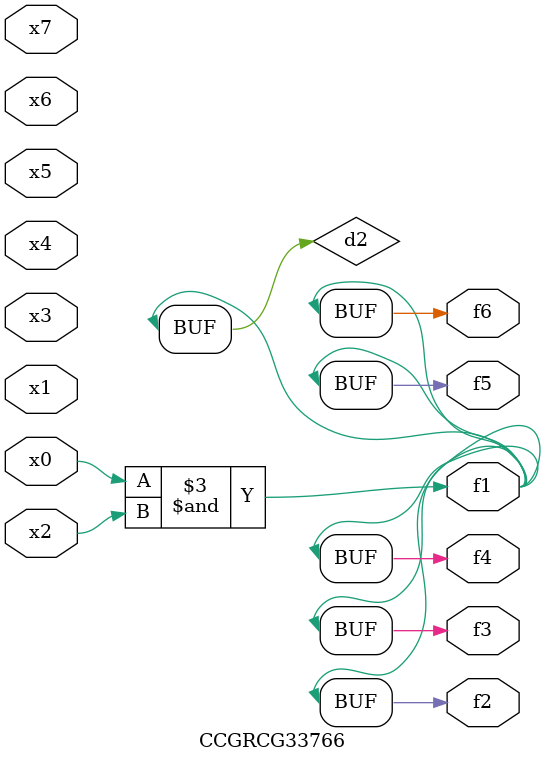
<source format=v>
module CCGRCG33766(
	input x0, x1, x2, x3, x4, x5, x6, x7,
	output f1, f2, f3, f4, f5, f6
);

	wire d1, d2;

	nor (d1, x3, x6);
	and (d2, x0, x2);
	assign f1 = d2;
	assign f2 = d2;
	assign f3 = d2;
	assign f4 = d2;
	assign f5 = d2;
	assign f6 = d2;
endmodule

</source>
